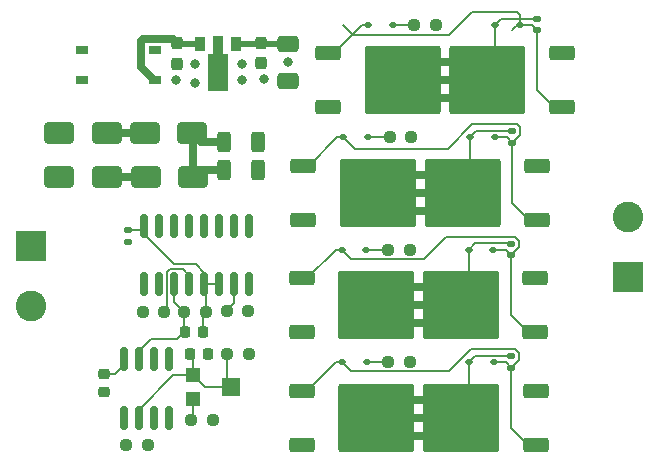
<source format=gbr>
%TF.GenerationSoftware,KiCad,Pcbnew,7.0.10*%
%TF.CreationDate,2024-02-13T13:45:35+01:00*%
%TF.ProjectId,turningLoopMosfet-overcurrent,7475726e-696e-4674-9c6f-6f704d6f7366,rev?*%
%TF.SameCoordinates,Original*%
%TF.FileFunction,Copper,L1,Top*%
%TF.FilePolarity,Positive*%
%FSLAX46Y46*%
G04 Gerber Fmt 4.6, Leading zero omitted, Abs format (unit mm)*
G04 Created by KiCad (PCBNEW 7.0.10) date 2024-02-13 13:45:35*
%MOMM*%
%LPD*%
G01*
G04 APERTURE LIST*
G04 Aperture macros list*
%AMRoundRect*
0 Rectangle with rounded corners*
0 $1 Rounding radius*
0 $2 $3 $4 $5 $6 $7 $8 $9 X,Y pos of 4 corners*
0 Add a 4 corners polygon primitive as box body*
4,1,4,$2,$3,$4,$5,$6,$7,$8,$9,$2,$3,0*
0 Add four circle primitives for the rounded corners*
1,1,$1+$1,$2,$3*
1,1,$1+$1,$4,$5*
1,1,$1+$1,$6,$7*
1,1,$1+$1,$8,$9*
0 Add four rect primitives between the rounded corners*
20,1,$1+$1,$2,$3,$4,$5,0*
20,1,$1+$1,$4,$5,$6,$7,0*
20,1,$1+$1,$6,$7,$8,$9,0*
20,1,$1+$1,$8,$9,$2,$3,0*%
%AMFreePoly0*
4,1,9,3.862500,-0.866500,0.737500,-0.866500,0.737500,-0.450000,-0.737500,-0.450000,-0.737500,0.450000,0.737500,0.450000,0.737500,0.866500,3.862500,0.866500,3.862500,-0.866500,3.862500,-0.866500,$1*%
G04 Aperture macros list end*
%TA.AperFunction,SMDPad,CuDef*%
%ADD10RoundRect,0.150000X0.150000X-0.825000X0.150000X0.825000X-0.150000X0.825000X-0.150000X-0.825000X0*%
%TD*%
%TA.AperFunction,SMDPad,CuDef*%
%ADD11R,1.200000X1.200000*%
%TD*%
%TA.AperFunction,SMDPad,CuDef*%
%ADD12R,1.500000X1.600000*%
%TD*%
%TA.AperFunction,SMDPad,CuDef*%
%ADD13RoundRect,0.237500X0.250000X0.237500X-0.250000X0.237500X-0.250000X-0.237500X0.250000X-0.237500X0*%
%TD*%
%TA.AperFunction,SMDPad,CuDef*%
%ADD14RoundRect,0.237500X-0.250000X-0.237500X0.250000X-0.237500X0.250000X0.237500X-0.250000X0.237500X0*%
%TD*%
%TA.AperFunction,SMDPad,CuDef*%
%ADD15RoundRect,0.250000X0.312500X0.625000X-0.312500X0.625000X-0.312500X-0.625000X0.312500X-0.625000X0*%
%TD*%
%TA.AperFunction,SMDPad,CuDef*%
%ADD16RoundRect,0.250000X-0.312500X-0.625000X0.312500X-0.625000X0.312500X0.625000X-0.312500X0.625000X0*%
%TD*%
%TA.AperFunction,SMDPad,CuDef*%
%ADD17RoundRect,0.250000X-0.850000X-0.350000X0.850000X-0.350000X0.850000X0.350000X-0.850000X0.350000X0*%
%TD*%
%TA.AperFunction,SMDPad,CuDef*%
%ADD18RoundRect,0.249997X-2.950003X-2.650003X2.950003X-2.650003X2.950003X2.650003X-2.950003X2.650003X0*%
%TD*%
%TA.AperFunction,SMDPad,CuDef*%
%ADD19RoundRect,0.250000X-1.275000X-1.125000X1.275000X-1.125000X1.275000X1.125000X-1.275000X1.125000X0*%
%TD*%
%TA.AperFunction,SMDPad,CuDef*%
%ADD20RoundRect,0.250000X0.850000X0.350000X-0.850000X0.350000X-0.850000X-0.350000X0.850000X-0.350000X0*%
%TD*%
%TA.AperFunction,SMDPad,CuDef*%
%ADD21RoundRect,0.249997X2.950003X2.650003X-2.950003X2.650003X-2.950003X-2.650003X2.950003X-2.650003X0*%
%TD*%
%TA.AperFunction,SMDPad,CuDef*%
%ADD22RoundRect,0.250000X1.275000X1.125000X-1.275000X1.125000X-1.275000X-1.125000X1.275000X-1.125000X0*%
%TD*%
%TA.AperFunction,ComponentPad*%
%ADD23R,2.600000X2.600000*%
%TD*%
%TA.AperFunction,ComponentPad*%
%ADD24C,2.600000*%
%TD*%
%TA.AperFunction,SMDPad,CuDef*%
%ADD25RoundRect,0.250000X1.000000X0.650000X-1.000000X0.650000X-1.000000X-0.650000X1.000000X-0.650000X0*%
%TD*%
%TA.AperFunction,SMDPad,CuDef*%
%ADD26RoundRect,0.112500X0.187500X0.112500X-0.187500X0.112500X-0.187500X-0.112500X0.187500X-0.112500X0*%
%TD*%
%TA.AperFunction,SMDPad,CuDef*%
%ADD27RoundRect,0.112500X-0.187500X-0.112500X0.187500X-0.112500X0.187500X0.112500X-0.187500X0.112500X0*%
%TD*%
%TA.AperFunction,SMDPad,CuDef*%
%ADD28R,1.000000X0.800000*%
%TD*%
%TA.AperFunction,SMDPad,CuDef*%
%ADD29RoundRect,0.225000X0.225000X0.250000X-0.225000X0.250000X-0.225000X-0.250000X0.225000X-0.250000X0*%
%TD*%
%TA.AperFunction,SMDPad,CuDef*%
%ADD30RoundRect,0.140000X-0.170000X0.140000X-0.170000X-0.140000X0.170000X-0.140000X0.170000X0.140000X0*%
%TD*%
%TA.AperFunction,SMDPad,CuDef*%
%ADD31RoundRect,0.225000X0.250000X-0.225000X0.250000X0.225000X-0.250000X0.225000X-0.250000X-0.225000X0*%
%TD*%
%TA.AperFunction,SMDPad,CuDef*%
%ADD32RoundRect,0.237500X-0.237500X0.300000X-0.237500X-0.300000X0.237500X-0.300000X0.237500X0.300000X0*%
%TD*%
%TA.AperFunction,SMDPad,CuDef*%
%ADD33R,0.900000X1.300000*%
%TD*%
%TA.AperFunction,SMDPad,CuDef*%
%ADD34FreePoly0,270.000000*%
%TD*%
%TA.AperFunction,SMDPad,CuDef*%
%ADD35RoundRect,0.250000X-0.650000X0.412500X-0.650000X-0.412500X0.650000X-0.412500X0.650000X0.412500X0*%
%TD*%
%TA.AperFunction,ViaPad*%
%ADD36C,0.800000*%
%TD*%
%TA.AperFunction,Conductor*%
%ADD37C,0.200000*%
%TD*%
%TA.AperFunction,Conductor*%
%ADD38C,0.700000*%
%TD*%
%TA.AperFunction,Conductor*%
%ADD39C,0.500000*%
%TD*%
G04 APERTURE END LIST*
D10*
%TO.P,U901,1,Q*%
%TO.N,/Mosfets2/GATE*%
X174799000Y-82692500D03*
%TO.P,U901,2,~{Q}*%
%TO.N,/Mosfets1/GATE*%
X176069000Y-82692500D03*
%TO.P,U901,3,C*%
%TO.N,/compA/clock*%
X177339000Y-82692500D03*
%TO.P,U901,4,R*%
%TO.N,Net-(U901A-R)*%
X178609000Y-82692500D03*
%TO.P,U901,5,K*%
%TO.N,VCC*%
X179879000Y-82692500D03*
%TO.P,U901,6,J*%
X181149000Y-82692500D03*
%TO.P,U901,7,S*%
%TO.N,Net-(U901A-S)*%
X182419000Y-82692500D03*
%TO.P,U901,8,VSS*%
%TO.N,GND*%
X183689000Y-82692500D03*
%TO.P,U901,9,S*%
%TO.N,unconnected-(U901B-S-Pad9)*%
X183689000Y-77742500D03*
%TO.P,U901,10,J*%
%TO.N,unconnected-(U901B-J-Pad10)*%
X182419000Y-77742500D03*
%TO.P,U901,11,K*%
%TO.N,unconnected-(U901B-K-Pad11)*%
X181149000Y-77742500D03*
%TO.P,U901,12,R*%
%TO.N,unconnected-(U901B-R-Pad12)*%
X179879000Y-77742500D03*
%TO.P,U901,13,C*%
%TO.N,unconnected-(U901B-C-Pad13)*%
X178609000Y-77742500D03*
%TO.P,U901,14,~{Q}*%
%TO.N,unconnected-(U901B-~{Q}-Pad14)*%
X177339000Y-77742500D03*
%TO.P,U901,15,Q*%
%TO.N,unconnected-(U901B-Q-Pad15)*%
X176069000Y-77742500D03*
%TO.P,U901,16,VDD*%
%TO.N,VCC*%
X174799000Y-77742500D03*
%TD*%
%TO.P,U801,1,GND*%
%TO.N,GND*%
X173077500Y-93995500D03*
%TO.P,U801,2,+*%
%TO.N,/Vref/Vref*%
X174347500Y-93995500D03*
%TO.P,U801,3,-*%
%TO.N,Net-(D801-K)*%
X175617500Y-93995500D03*
%TO.P,U801,4,V-*%
%TO.N,GND*%
X176887500Y-93995500D03*
%TO.P,U801,5,BAL*%
%TO.N,unconnected-(U801-BAL-Pad5)*%
X176887500Y-89045500D03*
%TO.P,U801,6,STRB*%
%TO.N,unconnected-(U801-STRB-Pad6)*%
X175617500Y-89045500D03*
%TO.P,U801,7*%
%TO.N,/compA/clock*%
X174347500Y-89045500D03*
%TO.P,U801,8,V+*%
%TO.N,+5V*%
X173077500Y-89045500D03*
%TD*%
D11*
%TO.P,RV201,1,1*%
%TO.N,/Vref/Vref*%
X178897500Y-90393500D03*
D12*
%TO.P,RV201,2,2*%
X182147500Y-91393500D03*
D11*
%TO.P,RV201,3,3*%
%TO.N,Net-(R202-Pad1)*%
X178897500Y-92393500D03*
%TD*%
D13*
%TO.P,R903,1*%
%TO.N,Net-(U901A-R)*%
X176473500Y-85043500D03*
%TO.P,R903,2*%
%TO.N,GND*%
X174648500Y-85043500D03*
%TD*%
%TO.P,R902,1*%
%TO.N,GND*%
X183585500Y-84916500D03*
%TO.P,R902,2*%
%TO.N,Net-(U901A-S)*%
X181760500Y-84916500D03*
%TD*%
D14*
%TO.P,R901,1*%
%TO.N,/compA/clock*%
X178181000Y-85043500D03*
%TO.P,R901,2*%
%TO.N,VCC*%
X180006000Y-85043500D03*
%TD*%
D15*
%TO.P,R803,1*%
%TO.N,GND*%
X184450000Y-73000000D03*
%TO.P,R803,2*%
%TO.N,Net-(D801-K)*%
X181525000Y-73000000D03*
%TD*%
D16*
%TO.P,R802,1*%
%TO.N,Net-(D801-K)*%
X181525000Y-70599000D03*
%TO.P,R802,2*%
%TO.N,GND*%
X184450000Y-70599000D03*
%TD*%
D13*
%TO.P,R801,1*%
%TO.N,Net-(D801-K)*%
X175072000Y-96260000D03*
%TO.P,R801,2*%
%TO.N,GND*%
X173247000Y-96260000D03*
%TD*%
%TO.P,R701,1*%
%TO.N,/Mosfets1/GATE*%
X197372500Y-70237001D03*
%TO.P,R701,2*%
%TO.N,Net-(D701-A)*%
X195547500Y-70237001D03*
%TD*%
%TO.P,R601,1*%
%TO.N,/Mosfets2/GATE*%
X197264000Y-89280500D03*
%TO.P,R601,2*%
%TO.N,Net-(D601-A)*%
X195439000Y-89280500D03*
%TD*%
%TO.P,R501,1*%
%TO.N,/Mosfets2/GATE*%
X199471500Y-60712000D03*
%TO.P,R501,2*%
%TO.N,Net-(D501-A)*%
X197646500Y-60712000D03*
%TD*%
%TO.P,R401,1*%
%TO.N,/Mosfets1/GATE*%
X197245500Y-79750001D03*
%TO.P,R401,2*%
%TO.N,Net-(D401-A)*%
X195420500Y-79750001D03*
%TD*%
D14*
%TO.P,R202,1*%
%TO.N,Net-(R202-Pad1)*%
X178769000Y-94187500D03*
%TO.P,R202,2*%
%TO.N,GND*%
X180594000Y-94187500D03*
%TD*%
D13*
%TO.P,R201,1*%
%TO.N,+5V*%
X183642000Y-88599500D03*
%TO.P,R201,2*%
%TO.N,/Vref/Vref*%
X181817000Y-88599500D03*
%TD*%
D17*
%TO.P,Q702,1,G*%
%TO.N,Net-(D701-K)*%
X188245000Y-72656000D03*
%TO.P,Q702,3,S*%
%TO.N,/DCC_IN_B*%
X188245000Y-77216000D03*
D18*
%TO.P,Q702,2,D*%
%TO.N,Net-(D702-A)*%
X194545000Y-74936000D03*
D19*
X196220000Y-76461000D03*
X192870000Y-73411000D03*
X196220000Y-73411000D03*
X192870000Y-76461000D03*
%TD*%
D20*
%TO.P,Q701,1,G*%
%TO.N,Net-(D701-K)*%
X208026000Y-77216000D03*
%TO.P,Q701,3,S*%
%TO.N,/DCC_OUT_B*%
X208026000Y-72656000D03*
D21*
%TO.P,Q701,2,D*%
%TO.N,Net-(D702-A)*%
X201726000Y-74936000D03*
D22*
X200051000Y-73411000D03*
X203401000Y-76461000D03*
X200051000Y-76461000D03*
X203401000Y-73411000D03*
%TD*%
D17*
%TO.P,Q602,1,G*%
%TO.N,Net-(D601-K)*%
X188136500Y-91699500D03*
%TO.P,Q602,3,S*%
%TO.N,/DCC_IN_B*%
X188136500Y-96259500D03*
D18*
%TO.P,Q602,2,D*%
%TO.N,Net-(D602-A)*%
X194436500Y-93979500D03*
D19*
X196111500Y-95504500D03*
X192761500Y-92454500D03*
X196111500Y-92454500D03*
X192761500Y-95504500D03*
%TD*%
D22*
%TO.P,Q601,2,D*%
%TO.N,Net-(D602-A)*%
X203292500Y-92454500D03*
X199942500Y-95504500D03*
X203292500Y-95504500D03*
X199942500Y-92454500D03*
D21*
X201617500Y-93979500D03*
D20*
%TO.P,Q601,3,S*%
%TO.N,/DCC_OUT_A*%
X207917500Y-91699500D03*
%TO.P,Q601,1,G*%
%TO.N,Net-(D601-K)*%
X207917500Y-96259500D03*
%TD*%
D17*
%TO.P,Q502,1,G*%
%TO.N,Net-(D501-K)*%
X190344000Y-63131000D03*
%TO.P,Q502,3,S*%
%TO.N,/Mosfets1/IN*%
X190344000Y-67691000D03*
D18*
%TO.P,Q502,2,D*%
%TO.N,Net-(D502-A)*%
X196644000Y-65411000D03*
D19*
X198319000Y-66936000D03*
X194969000Y-63886000D03*
X198319000Y-63886000D03*
X194969000Y-66936000D03*
%TD*%
D20*
%TO.P,Q501,1,G*%
%TO.N,Net-(D501-K)*%
X210125000Y-67691000D03*
%TO.P,Q501,3,S*%
%TO.N,/DCC_OUT_B*%
X210125000Y-63131000D03*
D21*
%TO.P,Q501,2,D*%
%TO.N,Net-(D502-A)*%
X203825000Y-65411000D03*
D22*
X202150000Y-63886000D03*
X205500000Y-66936000D03*
X202150000Y-66936000D03*
X205500000Y-63886000D03*
%TD*%
D17*
%TO.P,Q402,1,G*%
%TO.N,Net-(D401-K)*%
X188118000Y-82169000D03*
%TO.P,Q402,3,S*%
%TO.N,/Mosfets1/IN*%
X188118000Y-86729000D03*
D18*
%TO.P,Q402,2,D*%
%TO.N,Net-(D402-A)*%
X194418000Y-84449000D03*
D19*
X196093000Y-85974000D03*
X192743000Y-82924000D03*
X196093000Y-82924000D03*
X192743000Y-85974000D03*
%TD*%
D20*
%TO.P,Q401,1,G*%
%TO.N,Net-(D401-K)*%
X207899000Y-86729000D03*
%TO.P,Q401,3,S*%
%TO.N,/DCC_OUT_A*%
X207899000Y-82169000D03*
D21*
%TO.P,Q401,2,D*%
%TO.N,Net-(D402-A)*%
X201599000Y-84449000D03*
D22*
X199924000Y-82924000D03*
X203274000Y-85974000D03*
X199924000Y-85974000D03*
X203274000Y-82924000D03*
%TD*%
D23*
%TO.P,J2,1,Pin_1*%
%TO.N,/DCC_OUT_A*%
X215773000Y-82045000D03*
D24*
%TO.P,J2,2,Pin_2*%
%TO.N,/DCC_OUT_B*%
X215773000Y-76965000D03*
%TD*%
%TO.P,J1,2,Pin_2*%
%TO.N,/DCC_IN_B*%
X165195000Y-84535000D03*
D23*
%TO.P,J1,1,Pin_1*%
%TO.N,/DCC_IN_A*%
X165195000Y-79455000D03*
%TD*%
D25*
%TO.P,D804,1,K*%
%TO.N,/Mosfets1/IN*%
X171582000Y-69876000D03*
%TO.P,D804,2,A*%
%TO.N,GND*%
X167582000Y-69876000D03*
%TD*%
%TO.P,D803,1,K*%
%TO.N,Net-(D801-K)*%
X178821000Y-69876000D03*
%TO.P,D803,2,A*%
%TO.N,/Mosfets1/IN*%
X174821000Y-69876000D03*
%TD*%
%TO.P,D802,1,K*%
%TO.N,/DCC_IN_A*%
X171582000Y-73559000D03*
%TO.P,D802,2,A*%
%TO.N,GND*%
X167582000Y-73559000D03*
%TD*%
%TO.P,D801,1,K*%
%TO.N,Net-(D801-K)*%
X178916000Y-73559000D03*
%TO.P,D801,2,A*%
%TO.N,/DCC_IN_A*%
X174916000Y-73559000D03*
%TD*%
D26*
%TO.P,D702,1,K*%
%TO.N,Net-(D701-K)*%
X204460999Y-70237000D03*
%TO.P,D702,2,A*%
%TO.N,Net-(D702-A)*%
X202360999Y-70237000D03*
%TD*%
D27*
%TO.P,D701,1,K*%
%TO.N,Net-(D701-K)*%
X191610500Y-70237001D03*
%TO.P,D701,2,A*%
%TO.N,Net-(D701-A)*%
X193710500Y-70237001D03*
%TD*%
D26*
%TO.P,D602,1,K*%
%TO.N,Net-(D601-K)*%
X204352500Y-89280500D03*
%TO.P,D602,2,A*%
%TO.N,Net-(D602-A)*%
X202252500Y-89280500D03*
%TD*%
D27*
%TO.P,D601,1,K*%
%TO.N,Net-(D601-K)*%
X191502000Y-89280500D03*
%TO.P,D601,2,A*%
%TO.N,Net-(D601-A)*%
X193602000Y-89280500D03*
%TD*%
D26*
%TO.P,D502,1,K*%
%TO.N,Net-(D501-K)*%
X206560000Y-60712000D03*
%TO.P,D502,2,A*%
%TO.N,Net-(D502-A)*%
X204460000Y-60712000D03*
%TD*%
D27*
%TO.P,D501,1,K*%
%TO.N,Net-(D501-K)*%
X193709500Y-60712000D03*
%TO.P,D501,2,A*%
%TO.N,Net-(D501-A)*%
X195809500Y-60712000D03*
%TD*%
D26*
%TO.P,D402,1,K*%
%TO.N,Net-(D401-K)*%
X204333999Y-79750000D03*
%TO.P,D402,2,A*%
%TO.N,Net-(D402-A)*%
X202233999Y-79750000D03*
%TD*%
D27*
%TO.P,D401,1,K*%
%TO.N,Net-(D401-K)*%
X191483500Y-79750001D03*
%TO.P,D401,2,A*%
%TO.N,Net-(D401-A)*%
X193583500Y-79750001D03*
%TD*%
D28*
%TO.P,D301,1,+*%
%TO.N,VCC*%
X175697000Y-65397000D03*
%TO.P,D301,2,-*%
%TO.N,GND*%
X175697000Y-62857000D03*
%TO.P,D301,3*%
%TO.N,/DCC_IN_B*%
X169547000Y-62857000D03*
%TO.P,D301,4*%
%TO.N,/DCC_IN_A*%
X169547000Y-65397000D03*
%TD*%
D29*
%TO.P,C902,1*%
%TO.N,VCC*%
X179765000Y-86694500D03*
%TO.P,C902,2*%
%TO.N,/compA/clock*%
X178215000Y-86694500D03*
%TD*%
D30*
%TO.P,C901,1*%
%TO.N,VCC*%
X173402000Y-78114500D03*
%TO.P,C901,2*%
%TO.N,GND*%
X173402000Y-79074500D03*
%TD*%
D31*
%TO.P,C801,1*%
%TO.N,GND*%
X171365500Y-91841000D03*
%TO.P,C801,2*%
%TO.N,+5V*%
X171365500Y-90291000D03*
%TD*%
D30*
%TO.P,C701,1*%
%TO.N,Net-(D702-A)*%
X205950999Y-69729000D03*
%TO.P,C701,2*%
%TO.N,Net-(D701-K)*%
X205950999Y-70689000D03*
%TD*%
%TO.P,C601,1*%
%TO.N,Net-(D602-A)*%
X205842500Y-88772500D03*
%TO.P,C601,2*%
%TO.N,Net-(D601-K)*%
X205842500Y-89732500D03*
%TD*%
%TO.P,C501,1*%
%TO.N,Net-(D502-A)*%
X208050000Y-60204000D03*
%TO.P,C501,2*%
%TO.N,Net-(D501-K)*%
X208050000Y-61164000D03*
%TD*%
%TO.P,C401,1*%
%TO.N,Net-(D402-A)*%
X205823999Y-79242000D03*
%TO.P,C401,2*%
%TO.N,Net-(D401-K)*%
X205823999Y-80202000D03*
%TD*%
D29*
%TO.P,C201,1*%
%TO.N,GND*%
X180202500Y-88599500D03*
%TO.P,C201,2*%
%TO.N,/Vref/Vref*%
X178652500Y-88599500D03*
%TD*%
D32*
%TO.P,C302,1*%
%TO.N,+5V*%
X184687000Y-62248500D03*
%TO.P,C302,2*%
%TO.N,GND*%
X184687000Y-63973500D03*
%TD*%
%TO.P,C301,1*%
%TO.N,VCC*%
X177575000Y-62275000D03*
%TO.P,C301,2*%
%TO.N,GND*%
X177575000Y-64000000D03*
%TD*%
D33*
%TO.P,U301,1,OUT*%
%TO.N,+5V*%
X182528000Y-62349000D03*
D34*
%TO.P,U301,2,GND*%
%TO.N,GND*%
X181028000Y-62436500D03*
D33*
%TO.P,U301,3,IN*%
%TO.N,VCC*%
X179528000Y-62349000D03*
%TD*%
D35*
%TO.P,C303,1*%
%TO.N,+5V*%
X186973000Y-62310500D03*
%TO.P,C303,2*%
%TO.N,GND*%
X186973000Y-65435500D03*
%TD*%
D36*
%TO.N,GND*%
X186973000Y-63873000D03*
X183036000Y-64000000D03*
X177448000Y-65397000D03*
X179099000Y-65651000D03*
X179099000Y-64000000D03*
X183036000Y-65397000D03*
X184941000Y-65270000D03*
%TD*%
D37*
%TO.N,Net-(D601-K)*%
X206502000Y-88495866D02*
X206502000Y-89073000D01*
X206502000Y-89073000D02*
X205842500Y-89732500D01*
X206198634Y-88192500D02*
X206502000Y-88495866D01*
X202454020Y-88192500D02*
X206198634Y-88192500D01*
X192277000Y-90055500D02*
X200591020Y-90055500D01*
X191502000Y-89280500D02*
X192277000Y-90055500D01*
X200591020Y-90055500D02*
X202454020Y-88192500D01*
%TO.N,Net-(D401-K)*%
X206502000Y-78983867D02*
X206502000Y-79523999D01*
X206502000Y-79523999D02*
X205823999Y-80202000D01*
X206180133Y-78662000D02*
X206502000Y-78983867D01*
X200357000Y-78662000D02*
X206180133Y-78662000D01*
X192258500Y-80525001D02*
X198493999Y-80525001D01*
X191483500Y-79750001D02*
X192258500Y-80525001D01*
X198493999Y-80525001D02*
X200357000Y-78662000D01*
%TO.N,Net-(D701-K)*%
X206560999Y-70079000D02*
X205950999Y-70689000D01*
X206307133Y-69149000D02*
X206560999Y-69402866D01*
X192620499Y-71247000D02*
X200464519Y-71247000D01*
X191610500Y-70237001D02*
X192620499Y-71247000D01*
X200464519Y-71247000D02*
X202562519Y-69149000D01*
X202562519Y-69149000D02*
X206307133Y-69149000D01*
X206560999Y-69402866D02*
X206560999Y-70079000D01*
%TO.N,Net-(D501-K)*%
X200591520Y-61595000D02*
X202562520Y-59624000D01*
X192493500Y-61595000D02*
X200591520Y-61595000D01*
X206309000Y-59624000D02*
X206561000Y-59876000D01*
X206561000Y-59876000D02*
X206561000Y-60554000D01*
X206561000Y-60554000D02*
X205951000Y-61164000D01*
X191610500Y-60712000D02*
X192493500Y-61595000D01*
X202562520Y-59624000D02*
X206309000Y-59624000D01*
%TO.N,/compA/clock*%
X174347500Y-88369000D02*
X174347500Y-89045500D01*
X175387000Y-87329500D02*
X174347500Y-88369000D01*
X177580000Y-87329500D02*
X175387000Y-87329500D01*
X178215000Y-86694500D02*
X177580000Y-87329500D01*
%TO.N,+5V*%
X172275000Y-90291000D02*
X171365500Y-90291000D01*
X173077500Y-89488500D02*
X172275000Y-90291000D01*
X173077500Y-89045500D02*
X173077500Y-89488500D01*
%TO.N,/Vref/Vref*%
X174347500Y-93298500D02*
X174347500Y-93995500D01*
X177252500Y-90393500D02*
X174347500Y-93298500D01*
X178897500Y-90393500D02*
X177252500Y-90393500D01*
X181817000Y-91063000D02*
X182147500Y-91393500D01*
X181817000Y-88599500D02*
X181817000Y-91063000D01*
X178897500Y-88844500D02*
X178652500Y-88599500D01*
X178897500Y-90393500D02*
X178897500Y-88844500D01*
X179897500Y-91393500D02*
X178897500Y-90393500D01*
X182147500Y-91393500D02*
X179897500Y-91393500D01*
%TO.N,Net-(R202-Pad1)*%
X178897500Y-94059000D02*
X178769000Y-94187500D01*
X178897500Y-92393500D02*
X178897500Y-94059000D01*
%TO.N,Net-(U901A-S)*%
X182419000Y-84258000D02*
X181760500Y-84916500D01*
X182419000Y-82692500D02*
X182419000Y-84258000D01*
%TO.N,VCC*%
X181149000Y-82692500D02*
X179879000Y-82692500D01*
X180006000Y-82819500D02*
X179879000Y-82692500D01*
X180006000Y-85043500D02*
X180006000Y-82819500D01*
X179765000Y-85284500D02*
X180006000Y-85043500D01*
X179765000Y-86694500D02*
X179765000Y-85284500D01*
X174799000Y-78439500D02*
X174799000Y-77742500D01*
X177339000Y-80979500D02*
X174799000Y-78439500D01*
X179140999Y-80979500D02*
X177339000Y-80979500D01*
X179879000Y-81717501D02*
X179140999Y-80979500D01*
X179879000Y-82692500D02*
X179879000Y-81717501D01*
%TO.N,Net-(U901A-R)*%
X176998448Y-81417500D02*
X178031000Y-81417500D01*
X178031000Y-81417500D02*
X178609000Y-81995500D01*
X176739000Y-81676948D02*
X176998448Y-81417500D01*
X176739000Y-84778000D02*
X176739000Y-81676948D01*
X176473500Y-85043500D02*
X176739000Y-84778000D01*
X178609000Y-81995500D02*
X178609000Y-82692500D01*
%TO.N,VCC*%
X173402000Y-78114500D02*
X174427000Y-78114500D01*
X174427000Y-78114500D02*
X174799000Y-77742500D01*
%TO.N,/compA/clock*%
X178181000Y-85043500D02*
X177339000Y-84201500D01*
X177339000Y-84201500D02*
X177339000Y-82692500D01*
X178181000Y-85043500D02*
X178181000Y-86660500D01*
D38*
%TO.N,VCC*%
X177207000Y-61907000D02*
X177575000Y-62275000D01*
X174497000Y-64297000D02*
X174497000Y-62057000D01*
X174647000Y-61907000D02*
X177207000Y-61907000D01*
X175597000Y-65397000D02*
X174497000Y-64297000D01*
X175697000Y-65397000D02*
X175597000Y-65397000D01*
X174497000Y-62057000D02*
X174647000Y-61907000D01*
%TO.N,Net-(D801-K)*%
X179475000Y-73000000D02*
X178916000Y-73559000D01*
X181525000Y-73000000D02*
X179475000Y-73000000D01*
X179544000Y-70599000D02*
X178821000Y-69876000D01*
X181525000Y-70599000D02*
X179544000Y-70599000D01*
X178916000Y-73559000D02*
X178916000Y-69971000D01*
X178916000Y-69971000D02*
X178821000Y-69876000D01*
%TO.N,/Mosfets1/IN*%
X174821000Y-69876000D02*
X171582000Y-69876000D01*
%TO.N,/DCC_IN_A*%
X174916000Y-73559000D02*
X171582000Y-73559000D01*
%TO.N,Net-(D702-A)*%
X203401000Y-76461000D02*
X196070000Y-76461000D01*
X196070000Y-76461000D02*
X194545000Y-74936000D01*
X194545000Y-74936000D02*
X201726000Y-74936000D01*
X203401000Y-73411000D02*
X196220000Y-73411000D01*
D37*
%TO.N,Net-(D701-K)*%
X188245000Y-72656000D02*
X188707000Y-72656000D01*
X188707000Y-72656000D02*
X191126000Y-70237000D01*
X191126000Y-70237000D02*
X191610500Y-70237000D01*
%TO.N,Net-(D701-A)*%
X193710500Y-70237000D02*
X195547500Y-70237000D01*
%TO.N,Net-(D702-A)*%
X202361000Y-70237000D02*
X202361000Y-74301000D01*
X202361000Y-74301000D02*
X201726000Y-74936000D01*
%TO.N,Net-(D701-K)*%
X205499000Y-70237000D02*
X205951000Y-70689000D01*
X204461000Y-70237000D02*
X205499000Y-70237000D01*
%TO.N,Net-(D702-A)*%
X205951000Y-69729000D02*
X205934000Y-69712000D01*
X205934000Y-69712000D02*
X202886000Y-69712000D01*
X202886000Y-69712000D02*
X202361000Y-70237000D01*
%TO.N,Net-(D701-K)*%
X205951000Y-75791000D02*
X207376000Y-77216000D01*
X205951000Y-70689000D02*
X205951000Y-75791000D01*
X207376000Y-77216000D02*
X208026000Y-77216000D01*
D38*
%TO.N,Net-(D502-A)*%
X205500000Y-66936000D02*
X198169000Y-66936000D01*
X198169000Y-66936000D02*
X196644000Y-65411000D01*
X196644000Y-65411000D02*
X203825000Y-65411000D01*
X205500000Y-63886000D02*
X198319000Y-63886000D01*
D37*
%TO.N,Net-(D501-K)*%
X190344000Y-63131000D02*
X190806000Y-63131000D01*
X190806000Y-63131000D02*
X193225000Y-60712000D01*
X193225000Y-60712000D02*
X193709500Y-60712000D01*
%TO.N,Net-(D501-A)*%
X195809500Y-60712000D02*
X197646500Y-60712000D01*
%TO.N,Net-(D502-A)*%
X204460000Y-60712000D02*
X204460000Y-64776000D01*
X204460000Y-64776000D02*
X203825000Y-65411000D01*
%TO.N,Net-(D501-K)*%
X207598000Y-60712000D02*
X208050000Y-61164000D01*
X206560000Y-60712000D02*
X207598000Y-60712000D01*
%TO.N,Net-(D502-A)*%
X208050000Y-60204000D02*
X208033000Y-60187000D01*
X208033000Y-60187000D02*
X204985000Y-60187000D01*
X204985000Y-60187000D02*
X204460000Y-60712000D01*
%TO.N,Net-(D501-K)*%
X208050000Y-66266000D02*
X209475000Y-67691000D01*
X208050000Y-61164000D02*
X208050000Y-66266000D01*
X209475000Y-67691000D02*
X210125000Y-67691000D01*
D38*
%TO.N,Net-(D402-A)*%
X203274000Y-85974000D02*
X195943000Y-85974000D01*
X195943000Y-85974000D02*
X194418000Y-84449000D01*
X194418000Y-84449000D02*
X201599000Y-84449000D01*
X203274000Y-82924000D02*
X196093000Y-82924000D01*
D37*
%TO.N,Net-(D401-K)*%
X188118000Y-82169000D02*
X188580000Y-82169000D01*
X188580000Y-82169000D02*
X190999000Y-79750000D01*
X190999000Y-79750000D02*
X191483500Y-79750000D01*
%TO.N,Net-(D401-A)*%
X193583500Y-79750000D02*
X195420500Y-79750000D01*
%TO.N,Net-(D402-A)*%
X202234000Y-79750000D02*
X202234000Y-83814000D01*
X202234000Y-83814000D02*
X201599000Y-84449000D01*
%TO.N,Net-(D401-K)*%
X205372000Y-79750000D02*
X205824000Y-80202000D01*
X204334000Y-79750000D02*
X205372000Y-79750000D01*
%TO.N,Net-(D402-A)*%
X205824000Y-79242000D02*
X205807000Y-79225000D01*
X205807000Y-79225000D02*
X202759000Y-79225000D01*
X202759000Y-79225000D02*
X202234000Y-79750000D01*
%TO.N,Net-(D401-K)*%
X205824000Y-85304000D02*
X207249000Y-86729000D01*
X205824000Y-80202000D02*
X205824000Y-85304000D01*
X207249000Y-86729000D02*
X207899000Y-86729000D01*
%TO.N,Net-(D601-K)*%
X207267500Y-96259500D02*
X207917500Y-96259500D01*
X205842500Y-89732500D02*
X205842500Y-94834500D01*
X205842500Y-94834500D02*
X207267500Y-96259500D01*
%TO.N,Net-(D602-A)*%
X202777500Y-88755500D02*
X202252500Y-89280500D01*
X205825500Y-88755500D02*
X202777500Y-88755500D01*
X205842500Y-88772500D02*
X205825500Y-88755500D01*
%TO.N,Net-(D601-K)*%
X204352500Y-89280500D02*
X205390500Y-89280500D01*
X205390500Y-89280500D02*
X205842500Y-89732500D01*
%TO.N,Net-(D602-A)*%
X202252500Y-93344500D02*
X201617500Y-93979500D01*
X202252500Y-89280500D02*
X202252500Y-93344500D01*
%TO.N,Net-(D601-A)*%
X193602000Y-89280500D02*
X195439000Y-89280500D01*
%TO.N,Net-(D601-K)*%
X191017500Y-89280500D02*
X191502000Y-89280500D01*
X188598500Y-91699500D02*
X191017500Y-89280500D01*
X188136500Y-91699500D02*
X188598500Y-91699500D01*
D38*
%TO.N,Net-(D602-A)*%
X203292500Y-92454500D02*
X196111500Y-92454500D01*
X194436500Y-93979500D02*
X201617500Y-93979500D01*
X195961500Y-95504500D02*
X194436500Y-93979500D01*
X203292500Y-95504500D02*
X195961500Y-95504500D01*
D39*
%TO.N,VCC*%
X177649000Y-62349000D02*
X177575000Y-62275000D01*
X179528000Y-62349000D02*
X177649000Y-62349000D01*
%TO.N,+5V*%
X186973000Y-62310500D02*
X182566500Y-62310500D01*
X182566500Y-62310500D02*
X182528000Y-62349000D01*
%TD*%
M02*

</source>
